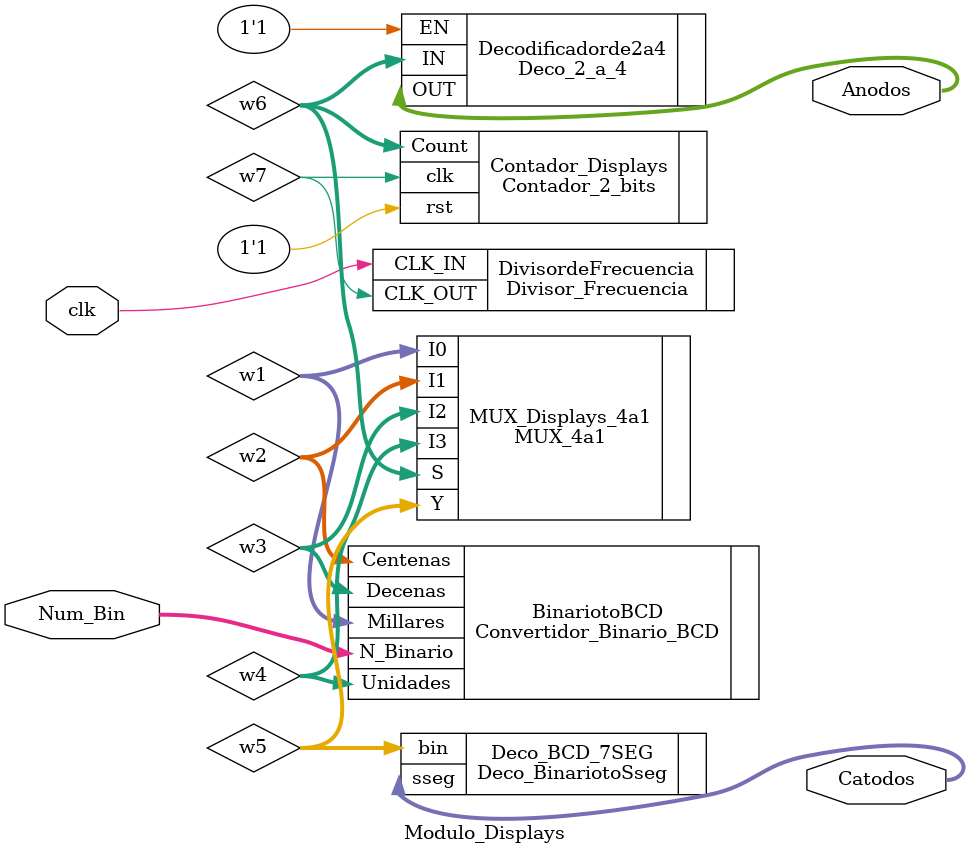
<source format=v>
`timescale 1ns / 1ps
module Modulo_Displays(

input wire [9:0]Num_Bin,
input wire clk,
output wire [6:0]Catodos,
output wire [3:0]Anodos
);

wire [3:0] w1,w2,w3,w4,w5;
wire [1:0] w6;
wire w7;


Divisor_Frecuencia DivisordeFrecuencia (
    .CLK_IN(clk), 
    .CLK_OUT(w7)
    );

	 
Convertidor_Binario_BCD BinariotoBCD ( 
    .N_Binario(Num_Bin), 
    .Millares(w1), 
    .Centenas(w2), 
    .Decenas(w3), 
    .Unidades(w4)
    );
	 
MUX_4a1 MUX_Displays_4a1 (
    .I0(w1), 
    .I1(w2), 
    .I2(w3), 
    .I3(w4), 
    .S(w6), 
    .Y(w5)
    );

Contador_2_bits Contador_Displays (
    .clk(w7), 
    .rst(1'b1), 
    .Count(w6)
	 );
	 
Deco_BinariotoSseg Deco_BCD_7SEG (
    .bin(w5), 
    .sseg(Catodos)
    );

Deco_2_a_4 Decodificadorde2a4(
    .IN(w6), 
    .EN(1'b1), 
    .OUT(Anodos)
    );
	 
endmodule



</source>
